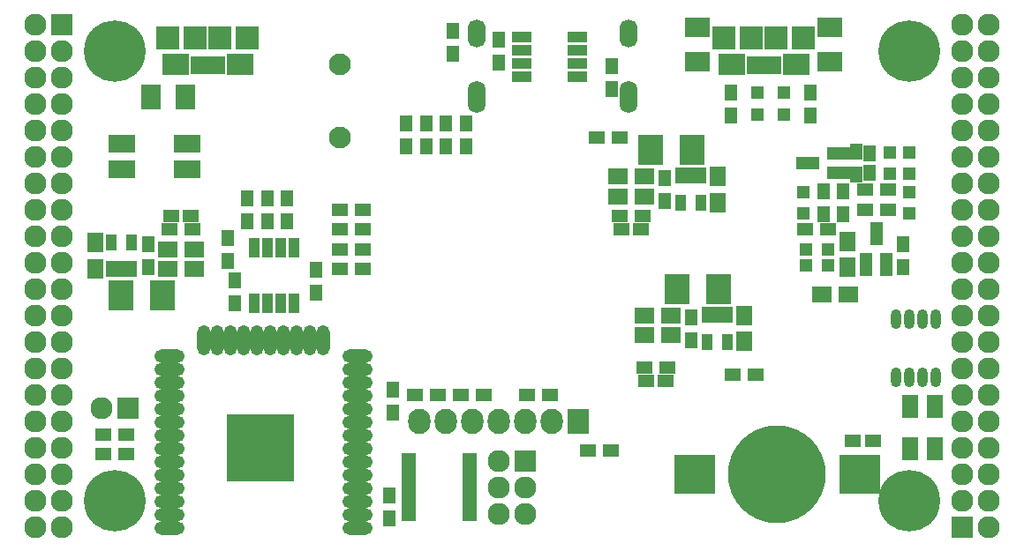
<source format=gbs>
G04 #@! TF.FileFunction,Soldermask,Bot*
%FSLAX46Y46*%
G04 Gerber Fmt 4.6, Leading zero omitted, Abs format (unit mm)*
G04 Created by KiCad (PCBNEW 4.0.5+dfsg1-4) date Thu May 18 22:57:46 2017*
%MOMM*%
%LPD*%
G01*
G04 APERTURE LIST*
%ADD10C,0.100000*%
%ADD11R,3.900000X3.700000*%
%ADD12C,9.400000*%
%ADD13R,2.432000X1.924000*%
%ADD14R,2.400000X2.900000*%
%ADD15R,1.100000X1.600000*%
%ADD16R,1.650000X1.900000*%
%ADD17R,1.900000X1.650000*%
%ADD18R,1.924000X2.432000*%
%ADD19O,1.009600X1.873200*%
%ADD20R,1.200000X1.300000*%
%ADD21R,1.300000X1.200000*%
%ADD22C,2.100000*%
%ADD23R,1.200000X2.300000*%
%ADD24R,2.300000X1.200000*%
%ADD25R,1.600000X1.150000*%
%ADD26R,1.150000X1.600000*%
%ADD27R,1.600000X1.300000*%
%ADD28R,1.300000X1.600000*%
%ADD29O,1.700000X3.100000*%
%ADD30O,1.700000X2.700000*%
%ADD31R,1.000000X1.950000*%
%ADD32R,1.950000X1.000000*%
%ADD33O,2.900000X1.300000*%
%ADD34O,1.300000X2.900000*%
%ADD35R,6.400000X6.400000*%
%ADD36R,2.127200X2.127200*%
%ADD37O,2.127200X2.127200*%
%ADD38C,5.900000*%
%ADD39R,1.400000X0.800000*%
%ADD40R,1.600000X2.200000*%
%ADD41R,2.600000X1.800000*%
%ADD42R,2.127200X2.432000*%
%ADD43O,2.127200X2.432000*%
%ADD44R,2.500000X2.000000*%
%ADD45R,2.300000X2.300000*%
%ADD46R,0.800000X1.750000*%
%ADD47R,2.200000X2.300000*%
G04 APERTURE END LIST*
D10*
D11*
X174390000Y-105870000D03*
X158590000Y-105870000D03*
D12*
X166490000Y-105870000D03*
D13*
X171570000Y-62944000D03*
X171570000Y-66246000D03*
D14*
X160870000Y-88090000D03*
X156870000Y-88090000D03*
D15*
X159825000Y-90600000D03*
X160775000Y-90600000D03*
X161725000Y-90600000D03*
X161725000Y-93200000D03*
X159825000Y-93200000D03*
D14*
X158330000Y-74755000D03*
X154330000Y-74755000D03*
D15*
X157285000Y-77235000D03*
X158235000Y-77235000D03*
X159185000Y-77235000D03*
X159185000Y-79835000D03*
X157285000Y-79835000D03*
D14*
X103530000Y-88725000D03*
X107530000Y-88725000D03*
D15*
X104575000Y-86215000D03*
X103625000Y-86215000D03*
X102675000Y-86215000D03*
X102675000Y-83615000D03*
X104575000Y-83615000D03*
D16*
X101085000Y-83665000D03*
X101085000Y-86165000D03*
D17*
X153810000Y-90630000D03*
X156310000Y-90630000D03*
X153810000Y-92535000D03*
X156310000Y-92535000D03*
D16*
X163315000Y-93150000D03*
X163315000Y-90650000D03*
D17*
X151270000Y-79200000D03*
X153770000Y-79200000D03*
X151270000Y-77295000D03*
X153770000Y-77295000D03*
D16*
X160775000Y-79815000D03*
X160775000Y-77315000D03*
D17*
X110590000Y-84280000D03*
X108090000Y-84280000D03*
X110590000Y-86185000D03*
X108090000Y-86185000D03*
D18*
X106419000Y-69675000D03*
X109721000Y-69675000D03*
D13*
X158870000Y-66246000D03*
X158870000Y-62944000D03*
D19*
X181730000Y-96599000D03*
X180460000Y-96599000D03*
X179190000Y-96599000D03*
X177920000Y-96599000D03*
X177920000Y-91011000D03*
X179190000Y-91011000D03*
X180460000Y-91011000D03*
X181730000Y-91011000D03*
D16*
X173221000Y-86038000D03*
X173221000Y-83538000D03*
D20*
X169250000Y-84280000D03*
X171350000Y-84280000D03*
D21*
X179190000Y-80885000D03*
X179190000Y-78785000D03*
X177285000Y-74975000D03*
X177285000Y-77075000D03*
X169030000Y-80885000D03*
X169030000Y-78785000D03*
D22*
X124580000Y-66540000D03*
X124580000Y-73540000D03*
D23*
X176965000Y-85780000D03*
X175065000Y-85780000D03*
X176015000Y-82780000D03*
D24*
X172435000Y-75075000D03*
X172435000Y-76975000D03*
X169435000Y-76025000D03*
D25*
X153910000Y-96910000D03*
X155810000Y-96910000D03*
X151570000Y-82375000D03*
X153470000Y-82375000D03*
X110290000Y-81105000D03*
X108390000Y-81105000D03*
D26*
X175380000Y-75075000D03*
X175380000Y-76975000D03*
D27*
X169200000Y-82375000D03*
X171400000Y-82375000D03*
D28*
X172840000Y-80935000D03*
X172840000Y-78735000D03*
D27*
X177115000Y-80470000D03*
X174915000Y-80470000D03*
D28*
X174110000Y-74925000D03*
X174110000Y-77125000D03*
X178555000Y-83815000D03*
X178555000Y-86015000D03*
X113785000Y-83180000D03*
X113785000Y-85380000D03*
X170935000Y-80935000D03*
X170935000Y-78735000D03*
X129280000Y-107900000D03*
X129280000Y-110100000D03*
D27*
X150572000Y-103584000D03*
X148372000Y-103584000D03*
X177115000Y-78565000D03*
X174915000Y-78565000D03*
X153760000Y-95640000D03*
X155960000Y-95640000D03*
X110440000Y-82375000D03*
X108240000Y-82375000D03*
X151420000Y-81105000D03*
X153620000Y-81105000D03*
D28*
X158235000Y-90800000D03*
X158235000Y-93000000D03*
X106165000Y-86015000D03*
X106165000Y-83815000D03*
X155695000Y-77465000D03*
X155695000Y-79665000D03*
D27*
X126782000Y-86185000D03*
X124582000Y-86185000D03*
X126782000Y-84279000D03*
X124582000Y-84279000D03*
X126782000Y-82375000D03*
X124582000Y-82375000D03*
X126782000Y-80470000D03*
X124582000Y-80470000D03*
D28*
X130930000Y-74417000D03*
X130930000Y-72217000D03*
X132835000Y-74417000D03*
X132835000Y-72217000D03*
X134740000Y-74417000D03*
X134740000Y-72217000D03*
X136645000Y-74417000D03*
X136645000Y-72217000D03*
D29*
X152280000Y-69650000D03*
X137680000Y-69650000D03*
D30*
X137680000Y-63600000D03*
X152280000Y-63600000D03*
D31*
X116325000Y-84120000D03*
X117595000Y-84120000D03*
X118865000Y-84120000D03*
X120135000Y-84120000D03*
X120135000Y-89520000D03*
X118865000Y-89520000D03*
X117595000Y-89520000D03*
X116325000Y-89520000D03*
D25*
X173795000Y-102695000D03*
X175695000Y-102695000D03*
D32*
X141980000Y-67705000D03*
X141980000Y-66435000D03*
X141980000Y-65165000D03*
X141980000Y-63895000D03*
X147380000Y-63895000D03*
X147380000Y-65165000D03*
X147380000Y-66435000D03*
X147380000Y-67705000D03*
D20*
X171350000Y-85804000D03*
X169250000Y-85804000D03*
D21*
X179190000Y-77075000D03*
X179190000Y-74975000D03*
D33*
X126260434Y-111030338D03*
X126260434Y-109760338D03*
X126260434Y-108490338D03*
X126260434Y-107220338D03*
X126260434Y-105950338D03*
X126260434Y-104680338D03*
X126260434Y-103410338D03*
X126260434Y-102140338D03*
X126260434Y-100870338D03*
X126260434Y-99600338D03*
X126260434Y-98330338D03*
X126260434Y-97060338D03*
X126260434Y-95790338D03*
X126260434Y-94520338D03*
D34*
X122975434Y-93030338D03*
X121705434Y-93030338D03*
X120435434Y-93030338D03*
X119165434Y-93030338D03*
X117895434Y-93030338D03*
X116625434Y-93030338D03*
X115355434Y-93030338D03*
X114085434Y-93030338D03*
X112815434Y-93030338D03*
X111545434Y-93030338D03*
D33*
X108260434Y-94520338D03*
X108260434Y-95790338D03*
X108260434Y-97060338D03*
X108260434Y-98330338D03*
X108260434Y-99600338D03*
X108260434Y-100870338D03*
X108260434Y-102140338D03*
X108260434Y-103410338D03*
X108260434Y-104680338D03*
X108260434Y-105950338D03*
X108260434Y-107220338D03*
X108260434Y-108490338D03*
X108260434Y-109760338D03*
X108260434Y-111030338D03*
D35*
X116960434Y-103330338D03*
D36*
X97910000Y-62690000D03*
D37*
X95370000Y-62690000D03*
X97910000Y-65230000D03*
X95370000Y-65230000D03*
X97910000Y-67770000D03*
X95370000Y-67770000D03*
X97910000Y-70310000D03*
X95370000Y-70310000D03*
X97910000Y-72850000D03*
X95370000Y-72850000D03*
X97910000Y-75390000D03*
X95370000Y-75390000D03*
X97910000Y-77930000D03*
X95370000Y-77930000D03*
X97910000Y-80470000D03*
X95370000Y-80470000D03*
X97910000Y-83010000D03*
X95370000Y-83010000D03*
X97910000Y-85550000D03*
X95370000Y-85550000D03*
X97910000Y-88090000D03*
X95370000Y-88090000D03*
X97910000Y-90630000D03*
X95370000Y-90630000D03*
X97910000Y-93170000D03*
X95370000Y-93170000D03*
X97910000Y-95710000D03*
X95370000Y-95710000D03*
X97910000Y-98250000D03*
X95370000Y-98250000D03*
X97910000Y-100790000D03*
X95370000Y-100790000D03*
X97910000Y-103330000D03*
X95370000Y-103330000D03*
X97910000Y-105870000D03*
X95370000Y-105870000D03*
X97910000Y-108410000D03*
X95370000Y-108410000D03*
X97910000Y-110950000D03*
X95370000Y-110950000D03*
D36*
X184270000Y-110950000D03*
D37*
X186810000Y-110950000D03*
X184270000Y-108410000D03*
X186810000Y-108410000D03*
X184270000Y-105870000D03*
X186810000Y-105870000D03*
X184270000Y-103330000D03*
X186810000Y-103330000D03*
X184270000Y-100790000D03*
X186810000Y-100790000D03*
X184270000Y-98250000D03*
X186810000Y-98250000D03*
X184270000Y-95710000D03*
X186810000Y-95710000D03*
X184270000Y-93170000D03*
X186810000Y-93170000D03*
X184270000Y-90630000D03*
X186810000Y-90630000D03*
X184270000Y-88090000D03*
X186810000Y-88090000D03*
X184270000Y-85550000D03*
X186810000Y-85550000D03*
X184270000Y-83010000D03*
X186810000Y-83010000D03*
X184270000Y-80470000D03*
X186810000Y-80470000D03*
X184270000Y-77930000D03*
X186810000Y-77930000D03*
X184270000Y-75390000D03*
X186810000Y-75390000D03*
X184270000Y-72850000D03*
X186810000Y-72850000D03*
X184270000Y-70310000D03*
X186810000Y-70310000D03*
X184270000Y-67770000D03*
X186810000Y-67770000D03*
X184270000Y-65230000D03*
X186810000Y-65230000D03*
X184270000Y-62690000D03*
X186810000Y-62690000D03*
D38*
X102990000Y-108410000D03*
X179190000Y-108410000D03*
X179190000Y-65230000D03*
X102990000Y-65230000D03*
D21*
X167125000Y-69260000D03*
X167125000Y-71360000D03*
X164585000Y-69260000D03*
X164585000Y-71360000D03*
D28*
X162045000Y-71410000D03*
X162045000Y-69210000D03*
X139820000Y-66330000D03*
X139820000Y-64130000D03*
X135375000Y-63300000D03*
X135375000Y-65500000D03*
X150615000Y-68870000D03*
X150615000Y-66670000D03*
D27*
X151380000Y-73600000D03*
X149180000Y-73600000D03*
D39*
X137005000Y-104215000D03*
X137005000Y-104865000D03*
X137005000Y-105515000D03*
X137005000Y-106165000D03*
X137005000Y-106815000D03*
X137005000Y-107465000D03*
X137005000Y-108115000D03*
X137005000Y-108765000D03*
X137005000Y-109415000D03*
X137005000Y-110065000D03*
X131205000Y-110065000D03*
X131205000Y-109415000D03*
X131205000Y-108765000D03*
X131205000Y-108115000D03*
X131205000Y-107465000D03*
X131205000Y-106815000D03*
X131205000Y-106165000D03*
X131205000Y-105515000D03*
X131205000Y-104865000D03*
X131205000Y-104215000D03*
D28*
X119500000Y-79370000D03*
X119500000Y-81570000D03*
X114480000Y-89500000D03*
X114480000Y-87300000D03*
X129660000Y-99985000D03*
X129660000Y-97785000D03*
X117595000Y-79370000D03*
X117595000Y-81570000D03*
X122280000Y-86300000D03*
X122280000Y-88500000D03*
X115690000Y-79370000D03*
X115690000Y-81570000D03*
D27*
X144730000Y-98250000D03*
X142530000Y-98250000D03*
X138380000Y-98250000D03*
X136180000Y-98250000D03*
X133935000Y-98250000D03*
X131735000Y-98250000D03*
X101890000Y-103965000D03*
X104090000Y-103965000D03*
D40*
X179260000Y-99425000D03*
X179260000Y-103425000D03*
X181660000Y-103425000D03*
X181660000Y-99425000D03*
D41*
X109950000Y-76640000D03*
X103650000Y-76640000D03*
X103650000Y-74140000D03*
X109950000Y-74140000D03*
D36*
X104260000Y-99520000D03*
D37*
X101720000Y-99520000D03*
D42*
X147440000Y-100790000D03*
D43*
X144900000Y-100790000D03*
X142360000Y-100790000D03*
X139820000Y-100790000D03*
X137280000Y-100790000D03*
X134740000Y-100790000D03*
X132200000Y-100790000D03*
D27*
X101890000Y-102060000D03*
X104090000Y-102060000D03*
D44*
X108780000Y-66510000D03*
X114980000Y-66510000D03*
D45*
X110680000Y-63960000D03*
X113080000Y-63960000D03*
D46*
X110580000Y-66635000D03*
X111230000Y-66635000D03*
X111880000Y-66635000D03*
X112530000Y-66635000D03*
X113180000Y-66635000D03*
D47*
X108080000Y-63960000D03*
X115680000Y-63960000D03*
D44*
X162120000Y-66510000D03*
X168320000Y-66510000D03*
D45*
X164020000Y-63960000D03*
X166420000Y-63960000D03*
D46*
X163920000Y-66635000D03*
X164570000Y-66635000D03*
X165220000Y-66635000D03*
X165870000Y-66635000D03*
X166520000Y-66635000D03*
D47*
X161420000Y-63960000D03*
X169020000Y-63960000D03*
D17*
X173330000Y-88600000D03*
X170830000Y-88600000D03*
D27*
X164415000Y-96345000D03*
X162215000Y-96345000D03*
D28*
X169665000Y-69210000D03*
X169665000Y-71410000D03*
D36*
X142360000Y-104600000D03*
D37*
X139820000Y-104600000D03*
X142360000Y-107140000D03*
X139820000Y-107140000D03*
X142360000Y-109680000D03*
X139820000Y-109680000D03*
M02*

</source>
